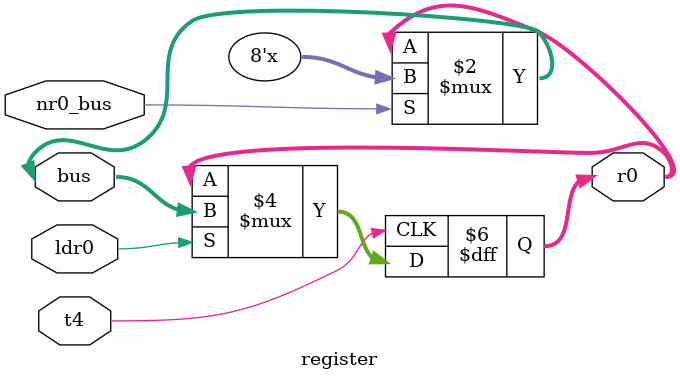
<source format=v>
module register(ldr0,t4,nr0_bus,bus,r0);
input ldr0,t4,nr0_bus;
inout [7:0] bus;
output [7:0] r0;
reg [7:0]r0;

always @(posedge t4)
if(ldr0)    
	r0=bus;

assign bus=nr0_bus?8'bzzzzzzzz:r0;
endmodule 
</source>
